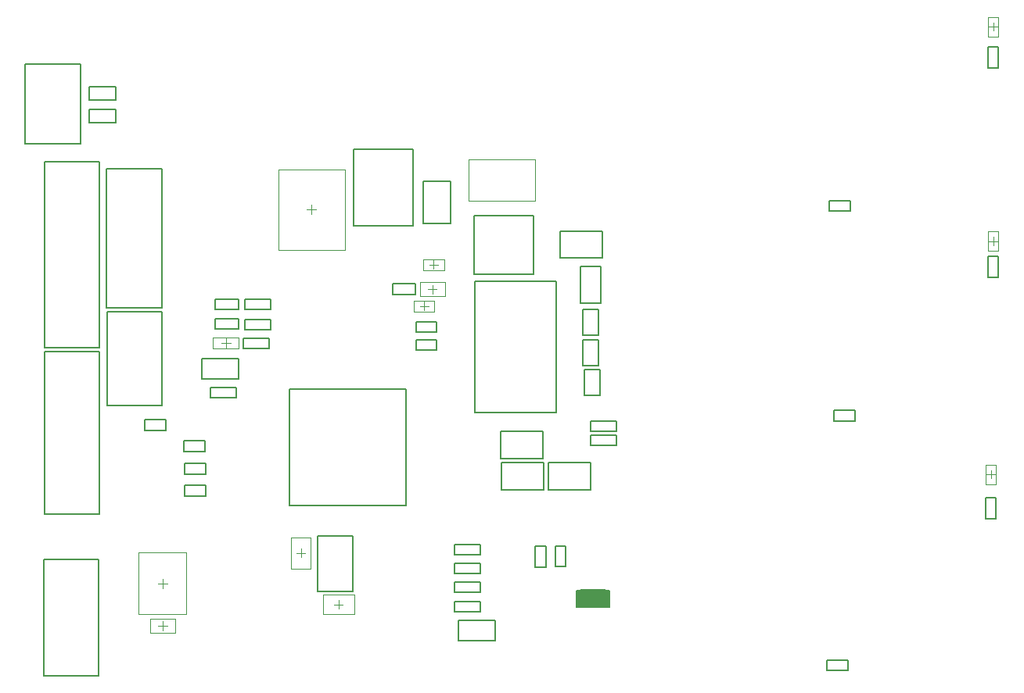
<source format=gbr>
%FSTAX23Y23*%
%MOIN*%
%SFA1B1*%

%IPPOS*%
%ADD14C,0.007870*%
%ADD15C,0.006000*%
%ADD119C,0.003940*%
%ADD120C,0.001970*%
%LNpcb_top_courtyard-1*%
%LPD*%
G36*
X04848Y01865D02*
X04864D01*
Y01794*
X04848*
Y01792*
X04741*
Y01794*
X04725*
Y01865*
X04741*
Y01867*
X04848*
Y01865*
G37*
G54D14*
X04542Y03214D02*
Y03465D01*
X04287D02*
X04542D01*
X04287Y03214D02*
Y03465D01*
Y03214D02*
X04542D01*
X0362Y01861D02*
Y02098D01*
X03769*
Y01861D02*
Y02098D01*
X0362Y01861D02*
X03769D01*
X04291Y02625D02*
Y03184D01*
Y02625D02*
X04638D01*
Y03184*
X04291D02*
X04638D01*
X02609Y0377D02*
Y04109D01*
X02375Y0377D02*
X02609D01*
X02375D02*
Y04109D01*
X02609*
X04041Y02891D02*
X04128D01*
X04041D02*
Y02934D01*
X04128*
Y02891D02*
Y02934D01*
X04041Y02968D02*
X04128D01*
X04041D02*
Y03011D01*
X04128*
Y02968D02*
Y03011D01*
X04654Y03397D02*
X04835D01*
Y03282D02*
Y03397D01*
X04654Y03282D02*
X04835D01*
X04654D02*
Y03397D01*
X04603Y0241D02*
X04784D01*
Y02295D02*
Y0241D01*
X04603Y02295D02*
X04784D01*
X04603D02*
Y0241D01*
X04399Y02542D02*
X0458D01*
Y02427D02*
Y02542D01*
X04399Y02427D02*
X0458D01*
X04399D02*
Y02542D01*
X04404Y0241D02*
X04585D01*
Y02295D02*
Y0241D01*
X04404Y02295D02*
X04585D01*
X04404D02*
Y0241D01*
X04204Y02018D02*
X04315D01*
X04204D02*
Y02061D01*
X04315*
Y02018D02*
Y02061D01*
X04204Y01856D02*
X04315D01*
X04204D02*
Y01899D01*
X04315*
Y01856D02*
Y01899D01*
X04204Y01937D02*
X04315D01*
X04204D02*
Y0198D01*
X04315*
Y01937D02*
Y0198D01*
X03502Y02227D02*
Y02722D01*
X03997*
Y02227D02*
Y02722D01*
X03502Y02227D02*
X03997D01*
X03304Y02941D02*
X03415D01*
Y02898D02*
Y02941D01*
X03304Y02898D02*
X03415D01*
X03304D02*
Y02941D01*
X03185Y03023D02*
X03284D01*
Y0298D02*
Y03023D01*
X03185Y0298D02*
X03284D01*
X03185D02*
Y03023D01*
X03309Y03021D02*
X0342D01*
Y02978D02*
Y03021D01*
X03309Y02978D02*
X0342D01*
X03309D02*
Y03021D01*
X03185Y03106D02*
X03284D01*
Y03063D02*
Y03106D01*
X03185Y03063D02*
X03284D01*
X03185D02*
Y03106D01*
X03309D02*
X0342D01*
Y03063D02*
Y03106D01*
X03309Y03063D02*
X0342D01*
X03309D02*
Y03106D01*
X04204Y01774D02*
X04315D01*
X04204D02*
Y01817D01*
X04315*
Y01774D02*
Y01817D01*
X04221Y01738D02*
X04378D01*
Y01651D02*
Y01738D01*
X04221Y01651D02*
X04378D01*
X04221D02*
Y01738D01*
X04676Y01966D02*
Y02053D01*
X04633Y01966D02*
X04676D01*
X04633D02*
Y02053D01*
X04676*
X04593Y01964D02*
Y02055D01*
X04546Y01964D02*
X04593D01*
X04546D02*
Y02055D01*
X04593*
X06467Y0217D02*
Y02259D01*
X06512*
Y0217D02*
Y02259D01*
X06467Y0217D02*
X06512D01*
X06477Y032D02*
Y03289D01*
X06522*
Y032D02*
Y03289D01*
X06477Y032D02*
X06522D01*
X06477Y04095D02*
Y04184D01*
X06522*
Y04095D02*
Y04184D01*
X06477Y04095D02*
X06522D01*
X0579Y01567D02*
X05879D01*
Y01522D02*
Y01567D01*
X0579Y01522D02*
X05879D01*
X0579D02*
Y01567D01*
X0582Y02632D02*
X05909D01*
Y02587D02*
Y02632D01*
X0582Y02587D02*
X05909D01*
X0582D02*
Y02632D01*
X04784Y02544D02*
X04895D01*
X04784D02*
Y02587D01*
X04895*
Y02544D02*
Y02587D01*
X04784Y02483D02*
X04895D01*
X04784D02*
Y02526D01*
X04895*
Y02483D02*
Y02526D01*
X03942Y03126D02*
X04037D01*
X03942D02*
Y03173D01*
X04037*
Y03126D02*
Y03173D01*
X04828Y03091D02*
Y03248D01*
X04741Y03091D02*
X04828D01*
X04741D02*
Y03248D01*
X04828*
X04823Y02697D02*
Y02807D01*
X04756Y02697D02*
X04823D01*
X04756D02*
Y02807D01*
X04823*
X04818Y02825D02*
Y02935D01*
X04751Y02825D02*
X04818D01*
X04751D02*
Y02935D01*
X04818*
Y02954D02*
Y03064D01*
X04751Y02954D02*
X04818D01*
X04751D02*
Y03064D01*
X04818*
X02884Y02546D02*
X02975D01*
X02884D02*
Y02593D01*
X02975*
Y02546D02*
Y02593D01*
X03054Y02313D02*
X03145D01*
Y02266D02*
Y02313D01*
X03054Y02266D02*
X03145D01*
X03054D02*
Y02313D01*
X03049Y02503D02*
X0314D01*
Y02456D02*
Y02503D01*
X03049Y02456D02*
X0314D01*
X03049D02*
Y02503D01*
X03054Y02408D02*
X03145D01*
Y02361D02*
Y02408D01*
X03054Y02361D02*
X03145D01*
X03054D02*
Y02408D01*
X02457Y02191D02*
Y02884D01*
X02691*
Y02191D02*
Y02884D01*
X02457Y02191D02*
X02691D01*
X02457Y02901D02*
Y03693D01*
X02691*
Y02901D02*
Y03693D01*
X02457Y02901D02*
X02691D01*
X02722Y0307D02*
Y03664D01*
X02956*
Y0307D02*
Y03664D01*
X02722Y0307D02*
X02956D01*
X03126Y02766D02*
X03283D01*
X03126D02*
Y02853D01*
X03283*
Y02766D02*
Y02853D01*
X03164Y02688D02*
X03275D01*
X03164D02*
Y02731D01*
X03275*
Y02688D02*
Y02731D01*
X02723Y02654D02*
Y03052D01*
X02957*
Y02654D02*
Y03052D01*
X02723Y02654D02*
X02957D01*
X02687Y01501D02*
Y01997D01*
X02453Y01501D02*
X02687D01*
X02453D02*
Y01997D01*
X02687*
X058Y03527D02*
X05889D01*
Y03482D02*
Y03527D01*
X058Y03482D02*
X05889D01*
X058D02*
Y03527D01*
X02648Y03918D02*
X02761D01*
Y03861D02*
Y03918D01*
X02648Y03861D02*
X02761D01*
X02648D02*
Y03918D01*
Y04013D02*
X02761D01*
Y03956D02*
Y04013D01*
X02648Y03956D02*
X02761D01*
X02648D02*
Y04013D01*
X04072Y03429D02*
X04187D01*
Y0361*
X04072D02*
X04187D01*
X04072Y03429D02*
Y0361D01*
X03773Y03421D02*
X04026D01*
Y03748*
X03773D02*
X04026D01*
X03773Y03421D02*
Y03748D01*
G54D15*
X04741Y01867D02*
X04848D01*
X04741Y01865D02*
Y01867D01*
Y01792D02*
Y01794D01*
Y01792D02*
X04848D01*
Y01794*
Y01865D02*
Y01867D01*
Y01865D02*
X04864D01*
X04725D02*
X04741D01*
X04725Y01794D02*
Y01865D01*
Y01794D02*
X04741D01*
X04848D02*
X04864D01*
Y01865*
G54D119*
X04115Y03236D02*
Y03273D01*
X04096Y03255D02*
X04133D01*
X0355Y02007D02*
Y02042D01*
X03532Y02025D02*
X03567D01*
X03692Y01805D02*
X03727D01*
X0371Y01787D02*
Y01823D01*
X06472Y0236D02*
X06507D01*
X0649Y02342D02*
Y02377D01*
X06482Y03355D02*
X06517D01*
X065Y03337D02*
Y03372D01*
X06482Y0427D02*
X06517D01*
X065Y04252D02*
Y04287D01*
X04056Y03077D02*
X04093D01*
X04075Y03059D02*
Y03096D01*
X0411Y03131D02*
Y03168D01*
X04091Y0315D02*
X04128D01*
X0296Y01695D02*
Y01734D01*
X0294Y01715D02*
X02979D01*
X03595Y0347D02*
Y03509D01*
X03575Y0349D02*
X03614D01*
X0294Y01895D02*
X02979D01*
X0296Y01875D02*
Y01914D01*
G54D120*
X04265Y03527D02*
X04547D01*
X04265D02*
Y03702D01*
X04547*
Y03527D02*
Y03702D01*
X04069Y03231D02*
X0416D01*
X04069Y03278D02*
X0416D01*
Y03231D02*
Y03278D01*
X04069Y03231D02*
Y03278D01*
X0321Y0292D02*
X03249D01*
X0323Y029D02*
Y02939D01*
X03174Y02943D02*
X03285D01*
Y02896D02*
Y02943D01*
X03174Y02896D02*
X03285D01*
X03174D02*
Y02943D01*
X03508Y01958D02*
X03591D01*
X03508Y02091D02*
X03591D01*
X03508Y01958D02*
Y02091D01*
X03591Y01958D02*
Y02091D01*
X03643Y01764D02*
Y01846D01*
X03776Y01764D02*
Y01846D01*
X03643D02*
X03776D01*
X03643Y01764D02*
X03776D01*
X06511Y02318D02*
Y02401D01*
X06468Y02318D02*
Y02401D01*
X06511*
X06468Y02318D02*
X06511D01*
X06478Y03313D02*
Y03396D01*
X06521Y03313D02*
Y03396D01*
X06478Y03313D02*
X06521D01*
X06478Y03396D02*
X06521D01*
Y04228D02*
Y04311D01*
X06478Y04228D02*
Y04311D01*
X06521*
X06478Y04228D02*
X06521D01*
X04118Y03054D02*
Y03101D01*
X04031Y03054D02*
Y03101D01*
Y03054D02*
X04118D01*
X04031Y03101D02*
X04118D01*
X04056Y03179D02*
X04163D01*
X04056Y0312D02*
X04163D01*
X04056D02*
Y03179D01*
X04163Y0312D02*
Y03179D01*
X02906Y01744D02*
X03013D01*
X02906Y01685D02*
X03013D01*
X02906D02*
Y01744D01*
X03013Y01685D02*
Y01744D01*
X03453Y03318D02*
X03736D01*
X03453Y03661D02*
X03736D01*
X03453Y03318D02*
Y03661D01*
X03736Y03318D02*
Y03661D01*
X02857Y01763D02*
Y02026D01*
X03062Y01763D02*
Y02026D01*
X02857Y01763D02*
X03062D01*
X02857Y02026D02*
X03062D01*
M02*
</source>
